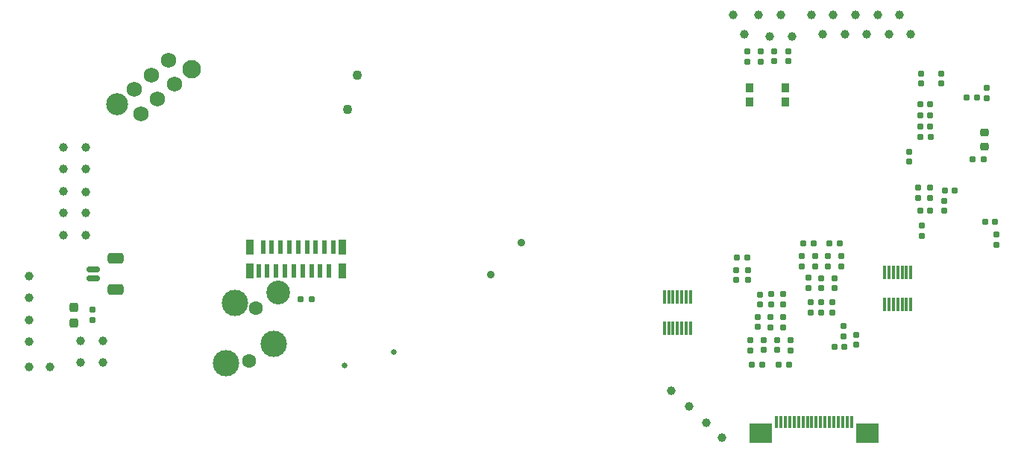
<source format=gbr>
%TF.GenerationSoftware,KiCad,Pcbnew,(7.0.0)*%
%TF.CreationDate,2023-05-27T11:58:37+01:00*%
%TF.ProjectId,all,616c6c2e-6b69-4636-9164-5f7063625858,rev?*%
%TF.SameCoordinates,Original*%
%TF.FileFunction,Soldermask,Top*%
%TF.FilePolarity,Negative*%
%FSLAX46Y46*%
G04 Gerber Fmt 4.6, Leading zero omitted, Abs format (unit mm)*
G04 Created by KiCad (PCBNEW (7.0.0)) date 2023-05-27 11:58:37*
%MOMM*%
%LPD*%
G01*
G04 APERTURE LIST*
G04 Aperture macros list*
%AMRoundRect*
0 Rectangle with rounded corners*
0 $1 Rounding radius*
0 $2 $3 $4 $5 $6 $7 $8 $9 X,Y pos of 4 corners*
0 Add a 4 corners polygon primitive as box body*
4,1,4,$2,$3,$4,$5,$6,$7,$8,$9,$2,$3,0*
0 Add four circle primitives for the rounded corners*
1,1,$1+$1,$2,$3*
1,1,$1+$1,$4,$5*
1,1,$1+$1,$6,$7*
1,1,$1+$1,$8,$9*
0 Add four rect primitives between the rounded corners*
20,1,$1+$1,$2,$3,$4,$5,0*
20,1,$1+$1,$4,$5,$6,$7,0*
20,1,$1+$1,$6,$7,$8,$9,0*
20,1,$1+$1,$8,$9,$2,$3,0*%
G04 Aperture macros list end*
%ADD10RoundRect,0.150000X-0.624737X0.151091X-0.625261X-0.148909X0.624737X-0.151091X0.625261X0.148909X0*%
%ADD11RoundRect,0.250000X-0.649388X0.351134X-0.650610X-0.348865X0.649388X-0.351134X0.650610X0.348865X0*%
%ADD12C,1.000000*%
%ADD13C,2.100000*%
%ADD14C,2.500000*%
%ADD15C,1.750000*%
%ADD16C,1.100000*%
%ADD17RoundRect,0.160000X0.160000X-0.197500X0.160000X0.197500X-0.160000X0.197500X-0.160000X-0.197500X0*%
%ADD18RoundRect,0.237500X0.237500X-0.287500X0.237500X0.287500X-0.237500X0.287500X-0.237500X-0.287500X0*%
%ADD19RoundRect,0.155000X-0.212500X-0.155000X0.212500X-0.155000X0.212500X0.155000X-0.212500X0.155000X0*%
%ADD20R,0.300000X1.600000*%
%ADD21R,0.900000X1.000000*%
%ADD22RoundRect,0.155000X0.212500X0.155000X-0.212500X0.155000X-0.212500X-0.155000X0.212500X-0.155000X0*%
%ADD23RoundRect,0.160000X0.197500X0.160000X-0.197500X0.160000X-0.197500X-0.160000X0.197500X-0.160000X0*%
%ADD24RoundRect,0.155000X-0.155000X0.212500X-0.155000X-0.212500X0.155000X-0.212500X0.155000X0.212500X0*%
%ADD25RoundRect,0.155000X0.155000X-0.212500X0.155000X0.212500X-0.155000X0.212500X-0.155000X-0.212500X0*%
%ADD26RoundRect,0.160000X-0.160000X0.197500X-0.160000X-0.197500X0.160000X-0.197500X0.160000X0.197500X0*%
%ADD27RoundRect,0.160000X-0.197500X-0.160000X0.197500X-0.160000X0.197500X0.160000X-0.197500X0.160000X0*%
%ADD28RoundRect,0.218750X-0.256250X0.218750X-0.256250X-0.218750X0.256250X-0.218750X0.256250X0.218750X0*%
%ADD29R,0.304800X1.397000*%
%ADD30R,2.641600X2.311400*%
%ADD31C,1.600000*%
%ADD32C,3.000000*%
%ADD33C,2.700000*%
%ADD34C,0.650000*%
%ADD35C,0.900000*%
%ADD36R,0.609600X1.524000*%
%ADD37R,0.812800X1.803400*%
G04 APERTURE END LIST*
D10*
%TO.C,J6*%
X49099638Y-73834107D03*
X49097892Y-74834106D03*
D11*
X51626903Y-72538516D03*
X51620620Y-76138511D03*
%TD*%
D12*
%TO.C,TP12*%
X45722494Y-59938771D03*
%TD*%
%TO.C,TP15*%
X45722494Y-62438771D03*
%TD*%
%TO.C,TP9*%
X48222495Y-69938771D03*
%TD*%
%TO.C,TP6*%
X41770457Y-84926656D03*
%TD*%
%TO.C,TP7*%
X48222495Y-67438771D03*
%TD*%
%TO.C,TP3*%
X41761881Y-77086893D03*
%TD*%
%TO.C,TP18*%
X47670457Y-84426656D03*
%TD*%
%TO.C,TP17*%
X47670457Y-81926656D03*
%TD*%
%TO.C,TP13*%
X48222495Y-65038771D03*
%TD*%
%TO.C,TP16*%
X45722494Y-64938771D03*
%TD*%
%TO.C,TP8*%
X48222495Y-59938771D03*
%TD*%
%TO.C,TP11*%
X45722494Y-67438771D03*
%TD*%
D13*
%TO.C,J5*%
X60266627Y-51088122D03*
D14*
X51800303Y-55082252D03*
D15*
X54470457Y-56126656D03*
X53762548Y-53376498D03*
X56387419Y-54460266D03*
X55679511Y-51710108D03*
X58304382Y-52793876D03*
X57596473Y-50043718D03*
%TD*%
D16*
%TO.C,SW1*%
X77955060Y-55595019D03*
X79050830Y-51748035D03*
%TD*%
D12*
%TO.C,TP10*%
X45722494Y-69938771D03*
%TD*%
D17*
%TO.C,R4*%
X48970457Y-79624156D03*
X48970457Y-78429156D03*
%TD*%
D12*
%TO.C,TP2*%
X41761881Y-79586893D03*
%TD*%
%TO.C,TP14*%
X48222495Y-62438771D03*
%TD*%
%TO.C,TP20*%
X50170457Y-84426656D03*
%TD*%
%TO.C,TP4*%
X41761881Y-74586892D03*
%TD*%
%TO.C,TP5*%
X44170457Y-84926656D03*
%TD*%
%TO.C,TP1*%
X41761881Y-82086892D03*
%TD*%
%TO.C,TP19*%
X50170457Y-81926656D03*
%TD*%
D18*
%TO.C,D1*%
X46870457Y-79901656D03*
X46870457Y-78151656D03*
%TD*%
D19*
%TO.C,C16*%
X133198500Y-82614000D03*
X134333500Y-82614000D03*
%TD*%
D12*
%TO.C,J11*%
X134400000Y-47050000D03*
%TD*%
D20*
%TO.C,J23*%
X138899999Y-77799999D03*
X139399999Y-77799999D03*
X139899999Y-77799999D03*
X140399999Y-77799999D03*
X140899999Y-77799999D03*
X141399999Y-77799999D03*
X141899999Y-77799999D03*
X138899999Y-74199999D03*
X139399999Y-74199999D03*
X139899999Y-74199999D03*
X140399999Y-74199999D03*
X140899999Y-74199999D03*
X141399999Y-74199999D03*
X141899999Y-74199999D03*
%TD*%
D12*
%TO.C,J12*%
X133105627Y-44890795D03*
%TD*%
%TO.C,J20*%
X125892000Y-47308000D03*
%TD*%
D21*
%TO.C,SW2*%
X127649999Y-54749999D03*
X123549999Y-54749999D03*
X127649999Y-53149999D03*
X123549999Y-53149999D03*
%TD*%
D22*
%TO.C,C77*%
X144098000Y-55040500D03*
X142963000Y-55040500D03*
%TD*%
D23*
%TO.C,R47*%
X128047500Y-84650000D03*
X126852500Y-84650000D03*
%TD*%
D12*
%TO.C,J9*%
X131900000Y-47050000D03*
%TD*%
D24*
%TO.C,C78*%
X126400000Y-49026500D03*
X126400000Y-50161500D03*
%TD*%
%TO.C,C10*%
X132500000Y-72332500D03*
X132500000Y-73467500D03*
%TD*%
D12*
%TO.C,J21*%
X127162000Y-44890795D03*
%TD*%
%TO.C,J15*%
X138105627Y-44890795D03*
%TD*%
D25*
%TO.C,C58*%
X122050000Y-75017500D03*
X122050000Y-73882500D03*
%TD*%
D12*
%TO.C,J6*%
X114700000Y-87650000D03*
%TD*%
D24*
%TO.C,C79*%
X127983500Y-49026500D03*
X127983500Y-50161500D03*
%TD*%
D22*
%TO.C,C75*%
X144067500Y-67150000D03*
X142932500Y-67150000D03*
%TD*%
D17*
%TO.C,R7*%
X131750000Y-78745000D03*
X131750000Y-77550000D03*
%TD*%
D26*
%TO.C,R2*%
X150530500Y-53193000D03*
X150530500Y-54388000D03*
%TD*%
D24*
%TO.C,C13*%
X133252500Y-74815000D03*
X133252500Y-75950000D03*
%TD*%
D17*
%TO.C,R43*%
X128202500Y-83047500D03*
X128202500Y-81852500D03*
%TD*%
D26*
%TO.C,R73*%
X123352000Y-48996500D03*
X123352000Y-50191500D03*
%TD*%
%TO.C,R72*%
X124876000Y-48996500D03*
X124876000Y-50191500D03*
%TD*%
D24*
%TO.C,C14*%
X133000000Y-77580000D03*
X133000000Y-78715000D03*
%TD*%
D17*
%TO.C,R4*%
X151650000Y-71050000D03*
X151650000Y-69855000D03*
%TD*%
D24*
%TO.C,C4*%
X143092500Y-51557000D03*
X143092500Y-52692000D03*
%TD*%
D12*
%TO.C,J14*%
X135605627Y-44890795D03*
%TD*%
D23*
%TO.C,R5*%
X144128000Y-58790500D03*
X142933000Y-58790500D03*
%TD*%
D25*
%TO.C,C1*%
X141700000Y-61585000D03*
X141700000Y-60450000D03*
%TD*%
D17*
%TO.C,R74*%
X142700000Y-65747500D03*
X142700000Y-64552500D03*
%TD*%
D19*
%TO.C,C6*%
X150332500Y-68452500D03*
X151467500Y-68452500D03*
%TD*%
D12*
%TO.C,J8*%
X122971000Y-47054000D03*
%TD*%
D27*
%TO.C,R1*%
X148933000Y-61290500D03*
X150128000Y-61290500D03*
%TD*%
D12*
%TO.C,J7*%
X121701000Y-44895000D03*
%TD*%
%TO.C,J13*%
X136900000Y-47050000D03*
%TD*%
D25*
%TO.C,C9*%
X131000000Y-73467500D03*
X131000000Y-72332500D03*
%TD*%
D24*
%TO.C,C54*%
X123450000Y-73882500D03*
X123450000Y-75017500D03*
%TD*%
%TO.C,C49*%
X127352500Y-79282500D03*
X127352500Y-80417500D03*
%TD*%
%TO.C,C15*%
X135650000Y-81284500D03*
X135650000Y-82419500D03*
%TD*%
D22*
%TO.C,C47*%
X123305165Y-72450000D03*
X122170165Y-72450000D03*
%TD*%
D25*
%TO.C,C12*%
X130252500Y-75917500D03*
X130252500Y-74782500D03*
%TD*%
D26*
%TO.C,R6*%
X130500000Y-77550000D03*
X130500000Y-78745000D03*
%TD*%
D12*
%TO.C,J10*%
X130629627Y-44890795D03*
%TD*%
D20*
%TO.C,J24*%
X116899999Y-76949999D03*
X116399999Y-76949999D03*
X115899999Y-76949999D03*
X115399999Y-76949999D03*
X114899999Y-76949999D03*
X114399999Y-76949999D03*
X113899999Y-76949999D03*
X116899999Y-80549999D03*
X116399999Y-80549999D03*
X115899999Y-80549999D03*
X115399999Y-80549999D03*
X114899999Y-80549999D03*
X114399999Y-80549999D03*
X113899999Y-80549999D03*
%TD*%
D17*
%TO.C,R42*%
X126000000Y-77847500D03*
X126000000Y-76652500D03*
%TD*%
%TO.C,R44*%
X127352500Y-77847500D03*
X127352500Y-76652500D03*
%TD*%
D24*
%TO.C,C5*%
X145342500Y-51557000D03*
X145342500Y-52692000D03*
%TD*%
D26*
%TO.C,R10*%
X134000000Y-72302500D03*
X134000000Y-73497500D03*
%TD*%
D19*
%TO.C,C8*%
X145732500Y-64834000D03*
X146867500Y-64834000D03*
%TD*%
D24*
%TO.C,C43*%
X124750000Y-76682500D03*
X124750000Y-77817500D03*
%TD*%
D12*
%TO.C,J18*%
X140605627Y-44890795D03*
%TD*%
%TO.C,J17*%
X139400000Y-47050000D03*
%TD*%
D25*
%TO.C,C17*%
X134247500Y-81417500D03*
X134247500Y-80282500D03*
%TD*%
D17*
%TO.C,R53*%
X123702500Y-83047500D03*
X123702500Y-81852500D03*
%TD*%
D12*
%TO.C,J19*%
X128432000Y-47308000D03*
%TD*%
D25*
%TO.C,C7*%
X145700000Y-67179500D03*
X145700000Y-66044500D03*
%TD*%
D24*
%TO.C,C11*%
X131750000Y-74832500D03*
X131750000Y-75967500D03*
%TD*%
D27*
%TO.C,R8*%
X129652500Y-70850000D03*
X130847500Y-70850000D03*
%TD*%
D25*
%TO.C,C76*%
X143100000Y-70017500D03*
X143100000Y-68882500D03*
%TD*%
D28*
%TO.C,D1*%
X150280500Y-58253000D03*
X150280500Y-59828000D03*
%TD*%
D25*
%TO.C,C52*%
X124552500Y-80385000D03*
X124552500Y-79250000D03*
%TD*%
D27*
%TO.C,R9*%
X132652500Y-70850000D03*
X133847500Y-70850000D03*
%TD*%
D12*
%TO.C,J4*%
X118700000Y-91250000D03*
%TD*%
D26*
%TO.C,R11*%
X129500000Y-72302500D03*
X129500000Y-73497500D03*
%TD*%
D25*
%TO.C,C50*%
X125952500Y-80417500D03*
X125952500Y-79282500D03*
%TD*%
D19*
%TO.C,C3*%
X142963000Y-57540500D03*
X144098000Y-57540500D03*
%TD*%
D23*
%TO.C,R3*%
X149378000Y-54290500D03*
X148183000Y-54290500D03*
%TD*%
%TO.C,R49*%
X125047500Y-84650000D03*
X123852500Y-84650000D03*
%TD*%
D12*
%TO.C,J16*%
X141900000Y-47050000D03*
%TD*%
%TO.C,J3*%
X120450000Y-93000000D03*
%TD*%
D24*
%TO.C,C48*%
X126702500Y-81882500D03*
X126702500Y-83017500D03*
%TD*%
D17*
%TO.C,R75*%
X144100000Y-65747500D03*
X144100000Y-64552500D03*
%TD*%
D19*
%TO.C,C2*%
X142963000Y-56290500D03*
X144098000Y-56290500D03*
%TD*%
D29*
%TO.C,J1*%
X126650000Y-91204499D03*
X127149999Y-91204499D03*
X127650000Y-91204499D03*
X128149999Y-91204499D03*
X128650001Y-91204499D03*
X129150000Y-91204499D03*
X129649999Y-91204499D03*
X130150001Y-91204499D03*
X130649999Y-91204499D03*
X131150001Y-91204499D03*
X131650000Y-91204499D03*
X132149999Y-91204499D03*
X132650001Y-91204499D03*
X133150000Y-91204499D03*
X133650001Y-91204499D03*
X134150000Y-91204499D03*
X134649999Y-91204499D03*
X135150001Y-91204499D03*
D30*
X136932499Y-92449099D03*
X124867499Y-92449099D03*
%TD*%
D12*
%TO.C,J22*%
X124622000Y-44890795D03*
%TD*%
D25*
%TO.C,C56*%
X125202500Y-83017500D03*
X125202500Y-81882500D03*
%TD*%
D12*
%TO.C,J5*%
X116700000Y-89450000D03*
%TD*%
D31*
%TO.C,J2*%
X66746466Y-84214810D03*
X67568540Y-78271394D03*
D32*
X69538018Y-82279032D03*
X64187836Y-84466621D03*
X65133221Y-77631693D03*
D33*
X70035519Y-76492626D03*
%TD*%
D34*
%TO.C,J1*%
X83196359Y-83199972D03*
X77635041Y-84774820D03*
%TD*%
D35*
%TO.C,SW2*%
X97682411Y-70815793D03*
X94210501Y-74413825D03*
%TD*%
D23*
%TO.C,R5*%
X73843956Y-77214809D03*
X72648956Y-77214809D03*
%TD*%
D36*
%TO.C,J3*%
X67846455Y-74014808D03*
X68346454Y-71322408D03*
X68846453Y-74014808D03*
X69346454Y-71322408D03*
X69846453Y-74014808D03*
X70346455Y-71322408D03*
X70846454Y-74014808D03*
X71346453Y-71322408D03*
X71846454Y-74014808D03*
X72346454Y-71322408D03*
X72846452Y-74014808D03*
X73346454Y-71322408D03*
X73846453Y-74014808D03*
X74346455Y-71322408D03*
X74846454Y-74014808D03*
X75346453Y-71322408D03*
X75846454Y-74014808D03*
X76346453Y-71322408D03*
D37*
X77341554Y-71322408D03*
X66851354Y-71322408D03*
X77341554Y-74014808D03*
X66851354Y-74014808D03*
%TD*%
M02*

</source>
